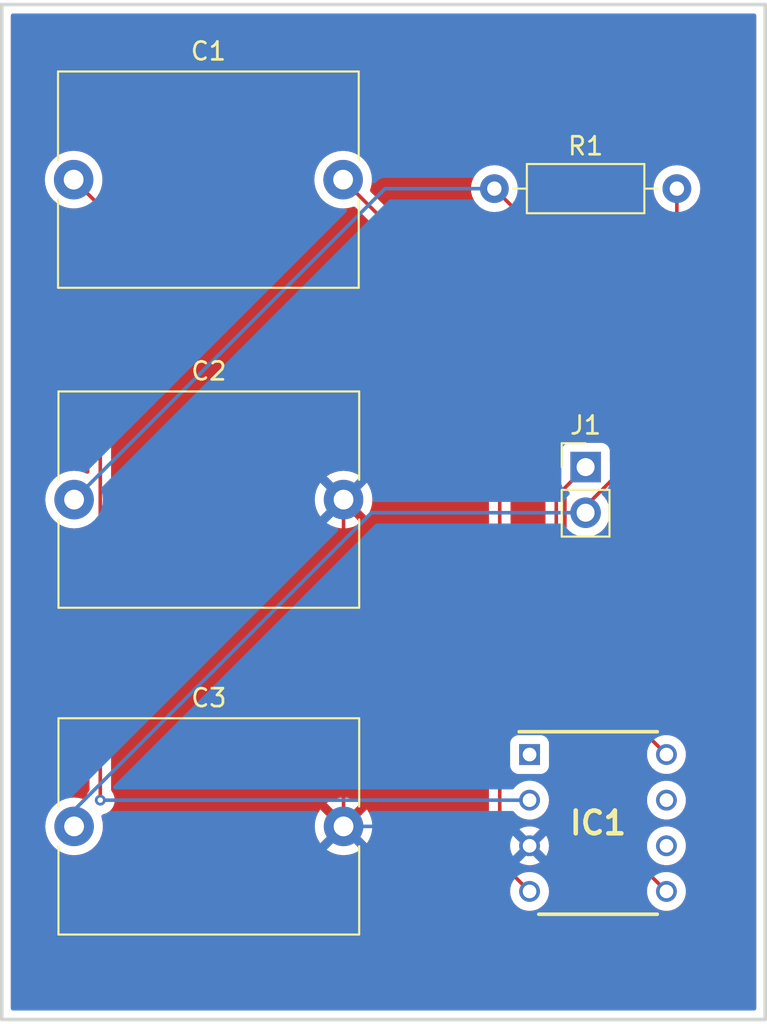
<source format=kicad_pcb>
(kicad_pcb (version 20240108) (generator "pcbnew") (generator_version "8.0")
  (layers (0 "F.Cu" signal) (31 "B.Cu" signal) (34 "B.Paste" user) (35 "F.Paste" user) (36 "B.SilkS" user "B.Silkscreen") (37 "F.SilkS" user "F.Silkscreen") (38 "B.Mask" user) (39 "F.Mask" user) (44 "Edge.Cuts" user))
  (net 0 "")
  (net 1 "Net-(IC1-CAP+)")
  (net 2 "Net-(IC1-CAP-)")
  (net 3 "Earth")
  (net 4 "Net-(IC1-VOUT)")
  (net 5 "Net-(J1-Pin_2)")
  (net 6 "Net-(IC1-V+)")
  (footprint "Connector_PinHeader_2.54mm:PinHeader_1x02_P2.54mm_Vertical" (layer "F.Cu") (at 190.5 84)
    (property "Reference" "J1" (at 0 -2.33 0) (layer "F.SilkS"))
    (property "Value" "Conn_01x02_Pin")
    (fp_line (start -1.33 -1.33) (end 0 -1.33) (stroke (width 0.12)) (layer "F.SilkS"))
    (fp_line (start -1.33 0) (end -1.33 -1.33) (stroke (width 0.12)) (layer "F.SilkS"))
    (fp_line (start -1.33 1.27) (end -1.33 3.87) (stroke (width 0.12)) (layer "F.SilkS"))
    (fp_line (start -1.33 1.27) (end 1.33 1.27) (stroke (width 0.12)) (layer "F.SilkS"))
    (fp_line (start -1.33 3.87) (end 1.33 3.87) (stroke (width 0.12)) (layer "F.SilkS"))
    (fp_line (start 1.33 1.27) (end 1.33 3.87) (stroke (width 0.12)) (layer "F.SilkS"))
    (pad "1" thru_hole rect (at 0 0) (size 1.7 1.7) (drill 1) (layers "*.Cu" "*.Mask") (net 6 "Net-(IC1-V+)"))
    (pad "2" thru_hole oval (at 0 2.54) (size 1.7 1.7) (drill 1) (layers "*.Cu" "*.Mask") (net 5 "Net-(J1-Pin_2)"))
  )
  (footprint "KiCad_TC144SCPA:DIP762W56P254L950H508Q8N" (layer "F.Cu") (at 191.19 103.81)
    (property "Reference" "IC1" (at 0 0 0) (layer "F.SilkS") (effects (font (size 1.27 1.27) (thickness 0.254))))
    (property "Value" "TC1044SCPA" (hide yes))
    (fp_line (start -4.39 -5.08) (end 3.3 -5.08) (stroke (width 0.2)) (layer "F.SilkS"))
    (fp_line (start -3.3 5.08) (end 3.3 5.08) (stroke (width 0.2)) (layer "F.SilkS"))
    (pad "1" thru_hole rect (at -3.81 -3.81) (size 1.16 1.16) (drill 0.76) (layers "*.Cu" "*.Mask"))
    (pad "2" thru_hole circle (at -3.81 -1.27) (size 1.16 1.16) (drill 0.76) (layers "*.Cu" "*.Mask") (net 1 "Net-(IC1-CAP+)"))
    (pad "3" thru_hole circle (at -3.81 1.27) (size 1.16 1.16) (drill 0.76) (layers "*.Cu" "*.Mask") (net 3 "Earth"))
    (pad "4" thru_hole circle (at -3.81 3.81) (size 1.16 1.16) (drill 0.76) (layers "*.Cu" "*.Mask") (net 2 "Net-(IC1-CAP-)"))
    (pad "5" thru_hole circle (at 3.81 3.81) (size 1.16 1.16) (drill 0.76) (layers "*.Cu" "*.Mask") (net 4 "Net-(IC1-VOUT)"))
    (pad "6" thru_hole circle (at 3.81 1.27) (size 1.16 1.16) (drill 0.76) (layers "*.Cu" "*.Mask"))
    (pad "7" thru_hole circle (at 3.81 -1.27) (size 1.16 1.16) (drill 0.76) (layers "*.Cu" "*.Mask"))
    (pad "8" thru_hole circle (at 3.81 -3.81) (size 1.16 1.16) (drill 0.76) (layers "*.Cu" "*.Mask") (net 6 "Net-(IC1-V+)"))
  )
  (footprint "Resistor_THT:R_Axial_DIN0207_L6.3mm_D2.5mm_P10.16mm_Horizontal" (layer "F.Cu") (at 185.42 68.5)
    (property "Reference" "R1" (at 5.08 -2.37 0) (layer "F.SilkS"))
    (property "Value" "R")
    (fp_line (start 1.04 0) (end 1.81 0) (stroke (width 0.12)) (layer "F.SilkS"))
    (fp_line (start 1.81 -1.37) (end 1.81 1.37) (stroke (width 0.12)) (layer "F.SilkS"))
    (fp_line (start 1.81 1.37) (end 8.35 1.37) (stroke (width 0.12)) (layer "F.SilkS"))
    (fp_line (start 8.35 -1.37) (end 1.81 -1.37) (stroke (width 0.12)) (layer "F.SilkS"))
    (fp_line (start 8.35 1.37) (end 8.35 -1.37) (stroke (width 0.12)) (layer "F.SilkS"))
    (fp_line (start 9.12 0) (end 8.35 0) (stroke (width 0.12)) (layer "F.SilkS"))
    (pad "1" thru_hole circle (at 0 0) (size 1.6 1.6) (drill 0.8) (layers "*.Cu" "*.Mask") (net 4 "Net-(IC1-VOUT)"))
    (pad "2" thru_hole oval (at 10.16 0) (size 1.6 1.6) (drill 0.8) (layers "*.Cu" "*.Mask") (net 5 "Net-(J1-Pin_2)"))
  )
  (footprint "Capacitor_THT:C_Rect_L16.5mm_W11.8mm_P15.00mm_MKT" (layer "F.Cu") (at 162.025 104)
    (property "Reference" "C3" (at 7.5 -7.15 0) (layer "F.SilkS"))
    (property "Value" "C")
    (fp_line (start -0.87 -6.02) (end -0.87 -1.104) (stroke (width 0.12)) (layer "F.SilkS"))
    (fp_line (start -0.87 -6.02) (end 15.87 -6.02) (stroke (width 0.12)) (layer "F.SilkS"))
    (fp_line (start -0.87 1.104) (end -0.87 6.02) (stroke (width 0.12)) (layer "F.SilkS"))
    (fp_line (start -0.87 6.02) (end 15.87 6.02) (stroke (width 0.12)) (layer "F.SilkS"))
    (fp_line (start 15.87 -6.02) (end 15.87 -1.104) (stroke (width 0.12)) (layer "F.SilkS"))
    (fp_line (start 15.87 1.104) (end 15.87 6.02) (stroke (width 0.12)) (layer "F.SilkS"))
    (pad "1" thru_hole circle (at 0 0) (size 2.2 2.2) (drill 1.1) (layers "*.Cu" "*.Mask") (net 5 "Net-(J1-Pin_2)"))
    (pad "2" thru_hole circle (at 15 0) (size 2.2 2.2) (drill 1.1) (layers "*.Cu" "*.Mask") (net 3 "Earth"))
  )
  (footprint "Capacitor_THT:C_Rect_L16.5mm_W11.8mm_P15.00mm_MKT" (layer "F.Cu") (at 162 68)
    (property "Reference" "C1" (at 7.5 -7.15 0) (layer "F.SilkS"))
    (property "Value" "C")
    (fp_line (start -0.87 -6.02) (end -0.87 -1.104) (stroke (width 0.12)) (layer "F.SilkS"))
    (fp_line (start -0.87 -6.02) (end 15.87 -6.02) (stroke (width 0.12)) (layer "F.SilkS"))
    (fp_line (start -0.87 1.104) (end -0.87 6.02) (stroke (width 0.12)) (layer "F.SilkS"))
    (fp_line (start -0.87 6.02) (end 15.87 6.02) (stroke (width 0.12)) (layer "F.SilkS"))
    (fp_line (start 15.87 -6.02) (end 15.87 -1.104) (stroke (width 0.12)) (layer "F.SilkS"))
    (fp_line (start 15.87 1.104) (end 15.87 6.02) (stroke (width 0.12)) (layer "F.SilkS"))
    (pad "1" thru_hole circle (at 0 0) (size 2.2 2.2) (drill 1.1) (layers "*.Cu" "*.Mask") (net 1 "Net-(IC1-CAP+)"))
    (pad "2" thru_hole circle (at 15 0) (size 2.2 2.2) (drill 1.1) (layers "*.Cu" "*.Mask") (net 2 "Net-(IC1-CAP-)"))
  )
  (footprint "Capacitor_THT:C_Rect_L16.5mm_W11.8mm_P15.00mm_MKT" (layer "F.Cu") (at 162.025 85.81)
    (property "Reference" "C2" (at 7.5 -7.15 0) (layer "F.SilkS"))
    (property "Value" "C")
    (fp_line (start -0.87 -6.02) (end -0.87 -1.104) (stroke (width 0.12)) (layer "F.SilkS"))
    (fp_line (start -0.87 -6.02) (end 15.87 -6.02) (stroke (width 0.12)) (layer "F.SilkS"))
    (fp_line (start -0.87 1.104) (end -0.87 6.02) (stroke (width 0.12)) (layer "F.SilkS"))
    (fp_line (start -0.87 6.02) (end 15.87 6.02) (stroke (width 0.12)) (layer "F.SilkS"))
    (fp_line (start 15.87 -6.02) (end 15.87 -1.104) (stroke (width 0.12)) (layer "F.SilkS"))
    (fp_line (start 15.87 1.104) (end 15.87 6.02) (stroke (width 0.12)) (layer "F.SilkS"))
    (pad "1" thru_hole circle (at 0 0) (size 2.2 2.2) (drill 1.1) (layers "*.Cu" "*.Mask") (net 4 "Net-(IC1-VOUT)"))
    (pad "2" thru_hole circle (at 15 0) (size 2.2 2.2) (drill 1.1) (layers "*.Cu" "*.Mask") (net 3 "Earth"))
  )
  (gr_rect (start 158 58.25) (end 200.5 114.75) (stroke (width 0.2)) (fill none) (layer "Edge.Cuts"))
  (segment (start 162 68) (end 163.482 69.4819) (width 0.2) (layer "F.Cu") (net 1))
  (segment (start 163.482 69.4819) (end 163.482 102.54) (width 0.2) (layer "F.Cu") (net 1))
  (via (at 163.482 102.54) (size 0.6) (drill 0.3) (layers "F.Cu" "B.Cu") (net 1))
  (segment (start 187.38 102.54) (end 163.482 102.54) (width 0.2) (layer "B.Cu") (net 1))
  (segment (start 185.72 76.7202) (end 185.72 105.96) (width 0.2) (layer "F.Cu") (net 2))
  (segment (start 185.72 105.96) (end 187.38 107.62) (width 0.2) (layer "F.Cu") (net 2))
  (segment (start 177 68) (end 185.72 76.7202) (width 0.2) (layer "F.Cu") (net 2))
  (segment (start 177.025 85.81) (end 177.025 104) (width 0.2) (layer "F.Cu") (net 3))
  (segment (start 186.3 104) (end 187.38 105.08) (width 0.2) (layer "B.Cu") (net 3))
  (segment (start 177.025 104) (end 186.3 104) (width 0.2) (layer "B.Cu") (net 3))
  (segment (start 188.866 71.9464) (end 188.866 101.486) (width 0.2) (layer "F.Cu") (net 4))
  (segment (start 185.42 68.5) (end 188.866 71.9464) (width 0.2) (layer "F.Cu") (net 4))
  (segment (start 188.866 101.486) (end 195 107.62) (width 0.2) (layer "F.Cu") (net 4))
  (segment (start 162.025 85.81) (end 179.335 68.5) (width 0.2) (layer "B.Cu") (net 4))
  (segment (start 179.335 68.5) (end 185.42 68.5) (width 0.2) (layer "B.Cu") (net 4))
  (segment (start 190.5 86.1801) (end 195.58 81.1001) (width 0.2) (layer "F.Cu") (net 5))
  (segment (start 190.5 86.54) (end 190.5 86.1801) (width 0.2) (layer "F.Cu") (net 5))
  (segment (start 195.58 81.1001) (end 195.58 68.5) (width 0.2) (layer "F.Cu") (net 5))
  (segment (start 162.025 104) (end 162.025 103.093) (width 0.2) (layer "B.Cu") (net 5))
  (segment (start 178.578 86.54) (end 190.5 86.54) (width 0.2) (layer "B.Cu") (net 5))
  (segment (start 162.025 103.093) (end 178.578 86.54) (width 0.2) (layer "B.Cu") (net 5))
  (segment (start 190.5 84) (end 189.345 85.1549) (width 0.2) (layer "F.Cu") (net 6))
  (segment (start 189.345 85.1549) (end 189.345 94.3451) (width 0.2) (layer "F.Cu") (net 6))
  (segment (start 189.345 94.3451) (end 195 100) (width 0.2) (layer "F.Cu") (net 6))
  (zone (net 3) (net_name "Earth") (layer "F.Cu") (connect_pads (clearance 0.5)) (min_thickness 0.25) (fill yes (thermal_gap 0.5) (thermal_bridge_width 0.5))
    (polygon (pts (xy 158 58) (xy 200.5 58) (xy 200.5 115) (xy 158 115)))
  )
  (zone (net 3) (net_name "Earth") (layer "B.Cu") (priority 1) (connect_pads (clearance 0.5)) (min_thickness 0.25) (fill yes (thermal_gap 0.5) (thermal_bridge_width 0.5))
    (polygon (pts (xy 158 58) (xy 200.5 58) (xy 200.5 115) (xy 158 115)))
  )
)
</source>
